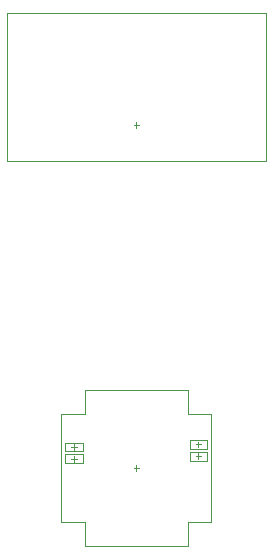
<source format=gbr>
%TF.GenerationSoftware,Altium Limited,Altium Designer,22.1.2 (22)*%
G04 Layer_Color=32896*
%FSLAX26Y26*%
%MOIN*%
%TF.SameCoordinates,E27AF617-6D1A-405A-B533-5A9FBCB34AAC*%
%TF.FilePolarity,Positive*%
%TF.FileFunction,Other,Top_Courtyard*%
%TF.Part,Single*%
G01*
G75*
%TA.AperFunction,NonConductor*%
%ADD49C,0.000394*%
%ADD50C,0.000787*%
D49*
X173228Y701969D02*
X250000D01*
X-250000Y341339D02*
X-173228D01*
X250000D02*
Y701969D01*
X-250000Y341339D02*
Y701575D01*
X173228Y341339D02*
X250000D01*
X-250000Y701575D02*
X-173228D01*
Y781496D01*
X173228Y261811D02*
Y341339D01*
X-173228Y261811D02*
X173228D01*
X-173228Y781496D02*
X173228D01*
Y701969D02*
Y781496D01*
X-173228Y261811D02*
Y341339D01*
X-9842Y521654D02*
X9842D01*
X0Y511811D02*
Y531496D01*
X-9842Y1663386D02*
X9842D01*
X0Y1653543D02*
Y1673228D01*
X433071Y1545276D02*
Y2037402D01*
X-433071D02*
X433071D01*
X-433071Y1545276D02*
Y2037402D01*
Y1545276D02*
X433071D01*
D50*
X236220Y584173D02*
Y613701D01*
X177165Y584173D02*
X236220D01*
X177165Y613701D02*
X236220D01*
X196850Y598937D02*
X216535D01*
X206693Y589095D02*
Y608779D01*
X177165Y584173D02*
Y613701D01*
X-179134Y575787D02*
Y605315D01*
X-238189Y575787D02*
X-179134D01*
X-238189Y605315D02*
X-179134D01*
X-218504Y590551D02*
X-198819D01*
X-208661Y580709D02*
Y600394D01*
X-238189Y575787D02*
Y605315D01*
X236220Y544803D02*
Y574331D01*
X177165Y544803D02*
X236220D01*
X177165Y574331D02*
X236220D01*
X196850Y559567D02*
X216535D01*
X206693Y549724D02*
Y569409D01*
X177165Y544803D02*
Y574331D01*
X-179134Y536417D02*
Y565945D01*
X-238189Y536417D02*
X-179134D01*
X-238189Y565945D02*
X-179134D01*
X-218504Y551181D02*
X-198819D01*
X-208661Y541339D02*
Y561024D01*
X-238189Y536417D02*
Y565945D01*
%TF.MD5,dfc06712277a97faad1e8fc3128f7a90*%
M02*

</source>
